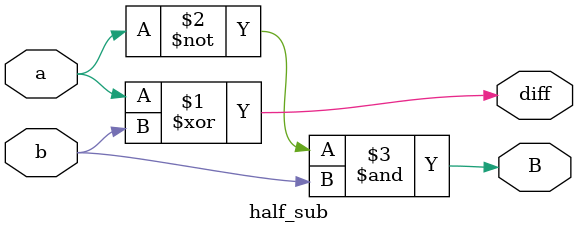
<source format=v>
`timescale 1ns / 1ps


module half_sub(
    input a,
    input b,
    output diff,
    output B
    );
    
   assign diff = a^b;
   assign B = ~a&b;
endmodule

</source>
